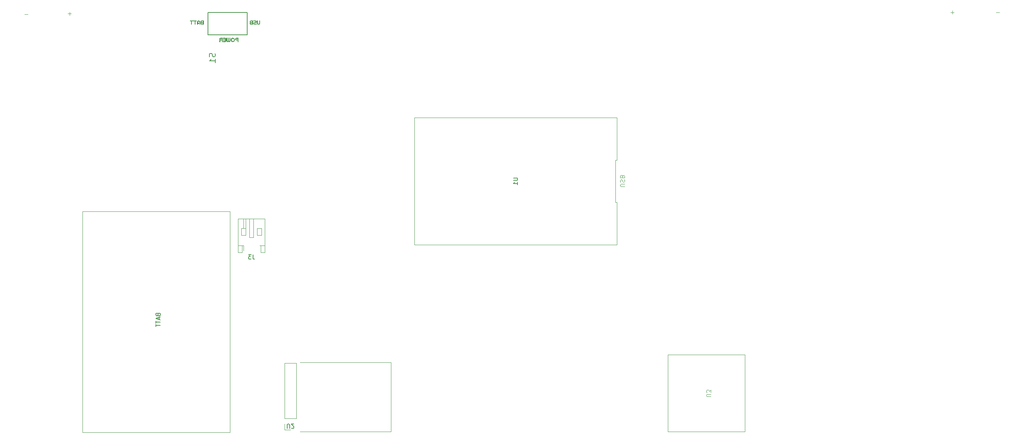
<source format=gbr>
%TF.GenerationSoftware,KiCad,Pcbnew,7.0.7*%
%TF.CreationDate,2024-02-02T14:59:34-08:00*%
%TF.ProjectId,DC32_Cnet_Badge_Main,44433332-5f43-46e6-9574-5f4261646765,rev?*%
%TF.SameCoordinates,Original*%
%TF.FileFunction,Legend,Bot*%
%TF.FilePolarity,Positive*%
%FSLAX46Y46*%
G04 Gerber Fmt 4.6, Leading zero omitted, Abs format (unit mm)*
G04 Created by KiCad (PCBNEW 7.0.7) date 2024-02-02 14:59:34*
%MOMM*%
%LPD*%
G01*
G04 APERTURE LIST*
%ADD10C,0.150000*%
%ADD11C,0.100000*%
%ADD12C,0.203200*%
%ADD13C,0.120000*%
G04 APERTURE END LIST*
D10*
G36*
X79000000Y-62830000D02*
G01*
X78539357Y-62830000D01*
X78524617Y-62829666D01*
X78510132Y-62828664D01*
X78495903Y-62826994D01*
X78481930Y-62824657D01*
X78468212Y-62821651D01*
X78454750Y-62817978D01*
X78441544Y-62813637D01*
X78428593Y-62808628D01*
X78415898Y-62802952D01*
X78403459Y-62796607D01*
X78391276Y-62789594D01*
X78379348Y-62781914D01*
X78367676Y-62773566D01*
X78356259Y-62764550D01*
X78345099Y-62754866D01*
X78334193Y-62744515D01*
X78323753Y-62733698D01*
X78313986Y-62722620D01*
X78304893Y-62711281D01*
X78296473Y-62699681D01*
X78288727Y-62687819D01*
X78281655Y-62675695D01*
X78275256Y-62663310D01*
X78269530Y-62650664D01*
X78264478Y-62637757D01*
X78260100Y-62624587D01*
X78256395Y-62611157D01*
X78253364Y-62597465D01*
X78251007Y-62583512D01*
X78249323Y-62569297D01*
X78248313Y-62554821D01*
X78247976Y-62540083D01*
X78453140Y-62540083D01*
X78453239Y-62544498D01*
X78454355Y-62555158D01*
X78456712Y-62565282D01*
X78460309Y-62574869D01*
X78465146Y-62583920D01*
X78471223Y-62592434D01*
X78478541Y-62600411D01*
X78481727Y-62603369D01*
X78490050Y-62609928D01*
X78498886Y-62615295D01*
X78508234Y-62619469D01*
X78518096Y-62622450D01*
X78528470Y-62624239D01*
X78539357Y-62624836D01*
X78794836Y-62624836D01*
X78794836Y-62454110D01*
X78539357Y-62454110D01*
X78534941Y-62454209D01*
X78524259Y-62455325D01*
X78514090Y-62457682D01*
X78504433Y-62461279D01*
X78495290Y-62466116D01*
X78486659Y-62472193D01*
X78478541Y-62479511D01*
X78475465Y-62482696D01*
X78468643Y-62491008D01*
X78463062Y-62499821D01*
X78458721Y-62509135D01*
X78455620Y-62518951D01*
X78453760Y-62529266D01*
X78453140Y-62540083D01*
X78247976Y-62540083D01*
X78248243Y-62525386D01*
X78249044Y-62511030D01*
X78250380Y-62497015D01*
X78252250Y-62483343D01*
X78254654Y-62470011D01*
X78257593Y-62457022D01*
X78261066Y-62444373D01*
X78265073Y-62432067D01*
X78269614Y-62420102D01*
X78274690Y-62408478D01*
X78280300Y-62397196D01*
X78286444Y-62386256D01*
X78293123Y-62375657D01*
X78300335Y-62365400D01*
X78308082Y-62355484D01*
X78316364Y-62345910D01*
X78308082Y-62337844D01*
X78300335Y-62329340D01*
X78293123Y-62320396D01*
X78286444Y-62311014D01*
X78280300Y-62301193D01*
X78274690Y-62290933D01*
X78269614Y-62280234D01*
X78265073Y-62269096D01*
X78261066Y-62257519D01*
X78257593Y-62245503D01*
X78254654Y-62233049D01*
X78252250Y-62220156D01*
X78250380Y-62206823D01*
X78249044Y-62193052D01*
X78248243Y-62178842D01*
X78247976Y-62164193D01*
X78453140Y-62164193D01*
X78453239Y-62168578D01*
X78454355Y-62179173D01*
X78456712Y-62189244D01*
X78460309Y-62198789D01*
X78465146Y-62207810D01*
X78471223Y-62216306D01*
X78478541Y-62224277D01*
X78481727Y-62227264D01*
X78490050Y-62233889D01*
X78498886Y-62239310D01*
X78508234Y-62243525D01*
X78518096Y-62246537D01*
X78528470Y-62248344D01*
X78539357Y-62248946D01*
X78794836Y-62248946D01*
X78794836Y-62077976D01*
X78539357Y-62077976D01*
X78534941Y-62078075D01*
X78524259Y-62079191D01*
X78514090Y-62081548D01*
X78504433Y-62085145D01*
X78495290Y-62089982D01*
X78486659Y-62096059D01*
X78478541Y-62103377D01*
X78475465Y-62106563D01*
X78468643Y-62114886D01*
X78463062Y-62123722D01*
X78458721Y-62133070D01*
X78455620Y-62142932D01*
X78453760Y-62153306D01*
X78453140Y-62164193D01*
X78247976Y-62164193D01*
X78248313Y-62149454D01*
X78249323Y-62134972D01*
X78251007Y-62120748D01*
X78253364Y-62106781D01*
X78256395Y-62093072D01*
X78260100Y-62079621D01*
X78264478Y-62066427D01*
X78269530Y-62053490D01*
X78275256Y-62040812D01*
X78281655Y-62028391D01*
X78288727Y-62016227D01*
X78296473Y-62004321D01*
X78304893Y-61992673D01*
X78313986Y-61981282D01*
X78323753Y-61970149D01*
X78334193Y-61959274D01*
X78345099Y-61948833D01*
X78356259Y-61939066D01*
X78367676Y-61929973D01*
X78379348Y-61921553D01*
X78391276Y-61913807D01*
X78403459Y-61906735D01*
X78415898Y-61900336D01*
X78428593Y-61894610D01*
X78441544Y-61889559D01*
X78454750Y-61885180D01*
X78468212Y-61881476D01*
X78481930Y-61878445D01*
X78495903Y-61876087D01*
X78510132Y-61874403D01*
X78524617Y-61873393D01*
X78539357Y-61873056D01*
X79000000Y-61873056D01*
X79000000Y-62830000D01*
G37*
G36*
X77428297Y-62830000D02*
G01*
X77633461Y-62830000D01*
X77633461Y-62248946D01*
X77633901Y-62236061D01*
X77635221Y-62223512D01*
X77637421Y-62211298D01*
X77640502Y-62199418D01*
X77644462Y-62187873D01*
X77649303Y-62176663D01*
X77655024Y-62165788D01*
X77661625Y-62155248D01*
X77669106Y-62145043D01*
X77677467Y-62135172D01*
X77683531Y-62128778D01*
X77693060Y-62119699D01*
X77702962Y-62111513D01*
X77713238Y-62104220D01*
X77723888Y-62097821D01*
X77734911Y-62092314D01*
X77746308Y-62087700D01*
X77758078Y-62083979D01*
X77770221Y-62081151D01*
X77782739Y-62079216D01*
X77795629Y-62078174D01*
X77804431Y-62077976D01*
X77817315Y-62078422D01*
X77829864Y-62079762D01*
X77842079Y-62081994D01*
X77853959Y-62085120D01*
X77865503Y-62089138D01*
X77876713Y-62094050D01*
X77887588Y-62099855D01*
X77898128Y-62106552D01*
X77908334Y-62114143D01*
X77918204Y-62122626D01*
X77924598Y-62128778D01*
X77933634Y-62138425D01*
X77941780Y-62148407D01*
X77949038Y-62158724D01*
X77955407Y-62169376D01*
X77960888Y-62180363D01*
X77965479Y-62191684D01*
X77969182Y-62203341D01*
X77971997Y-62215332D01*
X77973922Y-62227658D01*
X77974959Y-62240319D01*
X77975157Y-62248946D01*
X77975157Y-62830000D01*
X78180321Y-62830000D01*
X78180321Y-62248946D01*
X78179888Y-62229792D01*
X78178592Y-62210981D01*
X78176431Y-62192514D01*
X78173405Y-62174391D01*
X78169516Y-62156611D01*
X78164761Y-62139174D01*
X78159143Y-62122081D01*
X78152660Y-62105331D01*
X78145313Y-62088925D01*
X78137101Y-62072862D01*
X78128025Y-62057143D01*
X78118084Y-62041767D01*
X78107279Y-62026734D01*
X78095610Y-62012045D01*
X78083077Y-61997700D01*
X78069678Y-61983698D01*
X78055648Y-61970300D01*
X78041278Y-61957766D01*
X78026568Y-61946097D01*
X78011518Y-61935292D01*
X77996129Y-61925352D01*
X77980400Y-61916276D01*
X77964332Y-61908064D01*
X77947923Y-61900717D01*
X77931176Y-61894234D01*
X77914088Y-61888615D01*
X77896661Y-61883861D01*
X77878894Y-61879971D01*
X77860788Y-61876946D01*
X77842342Y-61874785D01*
X77823556Y-61873488D01*
X77804431Y-61873056D01*
X77785131Y-61873488D01*
X77766188Y-61874785D01*
X77747601Y-61876946D01*
X77729372Y-61879971D01*
X77711499Y-61883861D01*
X77693983Y-61888615D01*
X77676824Y-61894234D01*
X77660022Y-61900717D01*
X77643577Y-61908064D01*
X77627488Y-61916276D01*
X77611757Y-61925352D01*
X77596382Y-61935292D01*
X77581364Y-61946097D01*
X77566702Y-61957766D01*
X77552398Y-61970300D01*
X77538450Y-61983698D01*
X77525111Y-61997700D01*
X77512633Y-62012045D01*
X77501015Y-62026734D01*
X77490258Y-62041767D01*
X77480362Y-62057143D01*
X77471325Y-62072862D01*
X77463150Y-62088925D01*
X77455835Y-62105331D01*
X77449381Y-62122081D01*
X77443787Y-62139174D01*
X77439054Y-62156611D01*
X77435181Y-62174391D01*
X77432169Y-62192514D01*
X77430018Y-62210981D01*
X77428727Y-62229792D01*
X77428297Y-62248946D01*
X77428297Y-62830000D01*
G37*
G36*
X77961479Y-62522498D02*
G01*
X77961077Y-62510567D01*
X77959873Y-62498953D01*
X77957866Y-62487657D01*
X77955056Y-62476679D01*
X77951443Y-62466019D01*
X77947028Y-62455676D01*
X77941809Y-62445651D01*
X77935788Y-62435944D01*
X77928963Y-62426555D01*
X77921336Y-62417483D01*
X77915806Y-62411612D01*
X77907024Y-62403318D01*
X77897899Y-62395841D01*
X77888431Y-62389179D01*
X77878620Y-62383333D01*
X77868464Y-62378302D01*
X77857966Y-62374088D01*
X77847124Y-62370689D01*
X77835938Y-62368106D01*
X77824409Y-62366338D01*
X77812537Y-62365387D01*
X77804431Y-62365205D01*
X77792543Y-62365613D01*
X77780969Y-62366837D01*
X77769708Y-62368876D01*
X77758761Y-62371731D01*
X77748127Y-62375402D01*
X77737807Y-62379889D01*
X77727800Y-62385191D01*
X77718106Y-62391309D01*
X77708726Y-62398243D01*
X77699659Y-62405992D01*
X77693789Y-62411612D01*
X77685452Y-62420472D01*
X77677935Y-62429649D01*
X77671238Y-62439145D01*
X77665361Y-62448958D01*
X77660304Y-62459089D01*
X77656068Y-62469537D01*
X77652651Y-62480303D01*
X77650054Y-62491387D01*
X77648277Y-62502789D01*
X77647321Y-62514508D01*
X77647138Y-62522498D01*
X77647548Y-62534599D01*
X77648778Y-62546357D01*
X77650828Y-62557772D01*
X77653699Y-62568843D01*
X77657389Y-62579570D01*
X77661899Y-62589955D01*
X77667229Y-62599995D01*
X77673379Y-62609692D01*
X77680349Y-62619046D01*
X77688140Y-62628056D01*
X77693789Y-62633872D01*
X77702647Y-62642035D01*
X77711818Y-62649394D01*
X77721303Y-62655951D01*
X77731101Y-62661705D01*
X77741212Y-62666656D01*
X77751637Y-62670804D01*
X77762375Y-62674149D01*
X77773427Y-62676691D01*
X77784792Y-62678431D01*
X77796471Y-62679367D01*
X77804431Y-62679546D01*
X77816532Y-62679144D01*
X77828290Y-62677940D01*
X77839705Y-62675933D01*
X77850776Y-62673123D01*
X77861503Y-62669510D01*
X77871888Y-62665095D01*
X77881928Y-62659876D01*
X77891625Y-62653855D01*
X77900979Y-62647030D01*
X77909989Y-62639403D01*
X77915806Y-62633872D01*
X77923968Y-62625091D01*
X77931327Y-62615966D01*
X77937884Y-62606498D01*
X77943638Y-62596687D01*
X77948589Y-62586531D01*
X77952737Y-62576033D01*
X77956082Y-62565191D01*
X77958624Y-62554005D01*
X77960364Y-62542476D01*
X77961301Y-62530604D01*
X77961479Y-62522498D01*
G37*
G36*
X77360642Y-61873056D02*
G01*
X76608618Y-61873056D01*
X76608618Y-62077976D01*
X76882170Y-62077976D01*
X76882170Y-62830000D01*
X77087090Y-62830000D01*
X77087090Y-62077976D01*
X77360642Y-62077976D01*
X77360642Y-61873056D01*
G37*
G36*
X76540963Y-61873056D02*
G01*
X75788939Y-61873056D01*
X75788939Y-62077976D01*
X76062491Y-62077976D01*
X76062491Y-62830000D01*
X76267411Y-62830000D01*
X76267411Y-62077976D01*
X76540963Y-62077976D01*
X76540963Y-61873056D01*
G37*
G36*
X91247976Y-61873056D02*
G01*
X91247976Y-62454110D01*
X91248406Y-62473235D01*
X91249697Y-62492021D01*
X91251848Y-62510467D01*
X91254860Y-62528573D01*
X91258733Y-62546340D01*
X91263466Y-62563767D01*
X91269060Y-62580855D01*
X91275514Y-62597602D01*
X91282829Y-62614011D01*
X91291004Y-62630079D01*
X91300041Y-62645808D01*
X91309937Y-62661197D01*
X91320694Y-62676247D01*
X91332312Y-62690957D01*
X91344790Y-62705327D01*
X91358129Y-62719357D01*
X91372077Y-62732756D01*
X91386381Y-62745289D01*
X91401043Y-62756958D01*
X91416061Y-62767763D01*
X91431436Y-62777704D01*
X91447167Y-62786780D01*
X91463256Y-62794992D01*
X91479701Y-62802339D01*
X91496503Y-62808822D01*
X91513662Y-62814440D01*
X91531178Y-62819195D01*
X91549051Y-62823084D01*
X91567280Y-62826110D01*
X91585867Y-62828271D01*
X91604810Y-62829567D01*
X91624110Y-62830000D01*
X91643235Y-62829567D01*
X91662021Y-62828271D01*
X91680467Y-62826110D01*
X91698573Y-62823084D01*
X91716340Y-62819195D01*
X91733767Y-62814440D01*
X91750855Y-62808822D01*
X91767602Y-62802339D01*
X91784011Y-62794992D01*
X91800079Y-62786780D01*
X91815808Y-62777704D01*
X91831197Y-62767763D01*
X91846247Y-62756958D01*
X91860957Y-62745289D01*
X91875327Y-62732756D01*
X91889357Y-62719357D01*
X91902756Y-62705327D01*
X91915289Y-62690957D01*
X91926958Y-62676247D01*
X91937763Y-62661197D01*
X91947704Y-62645808D01*
X91956780Y-62630079D01*
X91964992Y-62614011D01*
X91972339Y-62597602D01*
X91978822Y-62580855D01*
X91984440Y-62563767D01*
X91989195Y-62546340D01*
X91993084Y-62528573D01*
X91996110Y-62510467D01*
X91998271Y-62492021D01*
X91999567Y-62473235D01*
X92000000Y-62454110D01*
X92000000Y-61873056D01*
X91794836Y-61873056D01*
X91794836Y-62454110D01*
X91794391Y-62466994D01*
X91793058Y-62479543D01*
X91790836Y-62491758D01*
X91787726Y-62503638D01*
X91783727Y-62515182D01*
X91778839Y-62526392D01*
X91773062Y-62537267D01*
X91766396Y-62547807D01*
X91758842Y-62558013D01*
X91750400Y-62567883D01*
X91744277Y-62574277D01*
X91734630Y-62583313D01*
X91724648Y-62591459D01*
X91714331Y-62598717D01*
X91703679Y-62605086D01*
X91692693Y-62610567D01*
X91681371Y-62615158D01*
X91669715Y-62618861D01*
X91657724Y-62621676D01*
X91645398Y-62623601D01*
X91632736Y-62624638D01*
X91624110Y-62624836D01*
X91610970Y-62624391D01*
X91598204Y-62623058D01*
X91585811Y-62620836D01*
X91573792Y-62617726D01*
X91562146Y-62613727D01*
X91550874Y-62608839D01*
X91539975Y-62603062D01*
X91529450Y-62596396D01*
X91519299Y-62588842D01*
X91509521Y-62580400D01*
X91503210Y-62574277D01*
X91494262Y-62564630D01*
X91486194Y-62554648D01*
X91479006Y-62544331D01*
X91472698Y-62533679D01*
X91467271Y-62522693D01*
X91462723Y-62511371D01*
X91459056Y-62499715D01*
X91456269Y-62487724D01*
X91454362Y-62475398D01*
X91453335Y-62462736D01*
X91453140Y-62454110D01*
X91453140Y-61873056D01*
X91247976Y-61873056D01*
G37*
G36*
X90428297Y-61873056D02*
G01*
X90428297Y-62077976D01*
X90889183Y-62077976D01*
X90900006Y-62078596D01*
X90910340Y-62080456D01*
X90920184Y-62083557D01*
X90929540Y-62087898D01*
X90938407Y-62093479D01*
X90946785Y-62100301D01*
X90950000Y-62103377D01*
X90957247Y-62111495D01*
X90963266Y-62120126D01*
X90968057Y-62129269D01*
X90971619Y-62138926D01*
X90973953Y-62149095D01*
X90975058Y-62159777D01*
X90975157Y-62164193D01*
X90974542Y-62174998D01*
X90972700Y-62185279D01*
X90969629Y-62195034D01*
X90965330Y-62204265D01*
X90959802Y-62212971D01*
X90953046Y-62221152D01*
X90950000Y-62224277D01*
X90941817Y-62231384D01*
X90933146Y-62237286D01*
X90923985Y-62241984D01*
X90914336Y-62245477D01*
X90904198Y-62247765D01*
X90893571Y-62248849D01*
X90889183Y-62248946D01*
X90719678Y-62250411D01*
X90704589Y-62250745D01*
X90689789Y-62251747D01*
X90675280Y-62253417D01*
X90661060Y-62255754D01*
X90647131Y-62258759D01*
X90633491Y-62262433D01*
X90620142Y-62266774D01*
X90607083Y-62271782D01*
X90594313Y-62277459D01*
X90581834Y-62283804D01*
X90569645Y-62290816D01*
X90557745Y-62298497D01*
X90546136Y-62306845D01*
X90534817Y-62315861D01*
X90523788Y-62325545D01*
X90513049Y-62335896D01*
X90502786Y-62346683D01*
X90493185Y-62357733D01*
X90484247Y-62369046D01*
X90475970Y-62380623D01*
X90468355Y-62392463D01*
X90461403Y-62404567D01*
X90455113Y-62416933D01*
X90449485Y-62429563D01*
X90444519Y-62442457D01*
X90440215Y-62455613D01*
X90436573Y-62469033D01*
X90433594Y-62482717D01*
X90431276Y-62496663D01*
X90429621Y-62510873D01*
X90428628Y-62525347D01*
X90428297Y-62540083D01*
X90428631Y-62554824D01*
X90429632Y-62569308D01*
X90431302Y-62583537D01*
X90433640Y-62597511D01*
X90436645Y-62611229D01*
X90440318Y-62624690D01*
X90444659Y-62637897D01*
X90449668Y-62650847D01*
X90455345Y-62663542D01*
X90461689Y-62675981D01*
X90468702Y-62688165D01*
X90476382Y-62700093D01*
X90484730Y-62711765D01*
X90493746Y-62723181D01*
X90503430Y-62734342D01*
X90513782Y-62745247D01*
X90524604Y-62755688D01*
X90535699Y-62765455D01*
X90547067Y-62774548D01*
X90558707Y-62782967D01*
X90570621Y-62790714D01*
X90582807Y-62797786D01*
X90595266Y-62804185D01*
X90607998Y-62809911D01*
X90621003Y-62814962D01*
X90634281Y-62819341D01*
X90647832Y-62823045D01*
X90661656Y-62826076D01*
X90675752Y-62828434D01*
X90690121Y-62830118D01*
X90704763Y-62831128D01*
X90719678Y-62831465D01*
X91180321Y-62830000D01*
X91180321Y-62624836D01*
X90719678Y-62624836D01*
X90708791Y-62624239D01*
X90698417Y-62622450D01*
X90688555Y-62619469D01*
X90679207Y-62615295D01*
X90670371Y-62609928D01*
X90662048Y-62603369D01*
X90658862Y-62600411D01*
X90651544Y-62592434D01*
X90645467Y-62583920D01*
X90640630Y-62574869D01*
X90637033Y-62565282D01*
X90634676Y-62555158D01*
X90633560Y-62544498D01*
X90633461Y-62540083D01*
X90634081Y-62529278D01*
X90635941Y-62518998D01*
X90639042Y-62509243D01*
X90643383Y-62500012D01*
X90648964Y-62491306D01*
X90655786Y-62483125D01*
X90658862Y-62480000D01*
X90666980Y-62472893D01*
X90675611Y-62466991D01*
X90684754Y-62462293D01*
X90694411Y-62458800D01*
X90704580Y-62456511D01*
X90715262Y-62455427D01*
X90719678Y-62455331D01*
X90889183Y-62454110D01*
X90904243Y-62453776D01*
X90919015Y-62452774D01*
X90933499Y-62451104D01*
X90947694Y-62448767D01*
X90961602Y-62445762D01*
X90975221Y-62442088D01*
X90988553Y-62437747D01*
X91001596Y-62432739D01*
X91014351Y-62427062D01*
X91026818Y-62420717D01*
X91038996Y-62413705D01*
X91050887Y-62406024D01*
X91062490Y-62397676D01*
X91073804Y-62388660D01*
X91084830Y-62378976D01*
X91095568Y-62368625D01*
X91105831Y-62357808D01*
X91115432Y-62346731D01*
X91124371Y-62335392D01*
X91132647Y-62323791D01*
X91140262Y-62311929D01*
X91147214Y-62299806D01*
X91153504Y-62287421D01*
X91159132Y-62274774D01*
X91164098Y-62261867D01*
X91168402Y-62248698D01*
X91172044Y-62235267D01*
X91175023Y-62221575D01*
X91177341Y-62207622D01*
X91178996Y-62193407D01*
X91179989Y-62178931D01*
X91180321Y-62164193D01*
X91179987Y-62149454D01*
X91178985Y-62134972D01*
X91177315Y-62120748D01*
X91174978Y-62106781D01*
X91171972Y-62093072D01*
X91168299Y-62079621D01*
X91163958Y-62066427D01*
X91158949Y-62053490D01*
X91153273Y-62040812D01*
X91146928Y-62028391D01*
X91139915Y-62016227D01*
X91132235Y-62004321D01*
X91123887Y-61992673D01*
X91114871Y-61981282D01*
X91105187Y-61970149D01*
X91094836Y-61959274D01*
X91084014Y-61948833D01*
X91072922Y-61939066D01*
X91061559Y-61929973D01*
X91049925Y-61921553D01*
X91038020Y-61913807D01*
X91025845Y-61906735D01*
X91013398Y-61900336D01*
X91000680Y-61894610D01*
X90987691Y-61889559D01*
X90974431Y-61885180D01*
X90960901Y-61881476D01*
X90947099Y-61878445D01*
X90933027Y-61876087D01*
X90918683Y-61874403D01*
X90904068Y-61873393D01*
X90889183Y-61873056D01*
X90428297Y-61873056D01*
G37*
G36*
X90360642Y-62830000D02*
G01*
X89900000Y-62830000D01*
X89885259Y-62829666D01*
X89870774Y-62828664D01*
X89856545Y-62826994D01*
X89842572Y-62824657D01*
X89828854Y-62821651D01*
X89815392Y-62817978D01*
X89802186Y-62813637D01*
X89789235Y-62808628D01*
X89776540Y-62802952D01*
X89764101Y-62796607D01*
X89751918Y-62789594D01*
X89739990Y-62781914D01*
X89728318Y-62773566D01*
X89716901Y-62764550D01*
X89705741Y-62754866D01*
X89694836Y-62744515D01*
X89684395Y-62733698D01*
X89674628Y-62722620D01*
X89665535Y-62711281D01*
X89657115Y-62699681D01*
X89649369Y-62687819D01*
X89642297Y-62675695D01*
X89635898Y-62663310D01*
X89630172Y-62650664D01*
X89625120Y-62637757D01*
X89620742Y-62624587D01*
X89617037Y-62611157D01*
X89614006Y-62597465D01*
X89611649Y-62583512D01*
X89609965Y-62569297D01*
X89608955Y-62554821D01*
X89608618Y-62540083D01*
X89813782Y-62540083D01*
X89813881Y-62544498D01*
X89814997Y-62555158D01*
X89817354Y-62565282D01*
X89820951Y-62574869D01*
X89825788Y-62583920D01*
X89831865Y-62592434D01*
X89839183Y-62600411D01*
X89842369Y-62603369D01*
X89850692Y-62609928D01*
X89859528Y-62615295D01*
X89868876Y-62619469D01*
X89878738Y-62622450D01*
X89889112Y-62624239D01*
X89900000Y-62624836D01*
X90155478Y-62624836D01*
X90155478Y-62454110D01*
X89900000Y-62454110D01*
X89895583Y-62454209D01*
X89884901Y-62455325D01*
X89874732Y-62457682D01*
X89865075Y-62461279D01*
X89855932Y-62466116D01*
X89847301Y-62472193D01*
X89839183Y-62479511D01*
X89836107Y-62482696D01*
X89829285Y-62491008D01*
X89823704Y-62499821D01*
X89819363Y-62509135D01*
X89816262Y-62518951D01*
X89814402Y-62529266D01*
X89813782Y-62540083D01*
X89608618Y-62540083D01*
X89608885Y-62525386D01*
X89609686Y-62511030D01*
X89611022Y-62497015D01*
X89612892Y-62483343D01*
X89615296Y-62470011D01*
X89618235Y-62457022D01*
X89621708Y-62444373D01*
X89625715Y-62432067D01*
X89630256Y-62420102D01*
X89635332Y-62408478D01*
X89640942Y-62397196D01*
X89647086Y-62386256D01*
X89653765Y-62375657D01*
X89660977Y-62365400D01*
X89668724Y-62355484D01*
X89677006Y-62345910D01*
X89668724Y-62337844D01*
X89660977Y-62329340D01*
X89653765Y-62320396D01*
X89647086Y-62311014D01*
X89640942Y-62301193D01*
X89635332Y-62290933D01*
X89630256Y-62280234D01*
X89625715Y-62269096D01*
X89621708Y-62257519D01*
X89618235Y-62245503D01*
X89615296Y-62233049D01*
X89612892Y-62220156D01*
X89611022Y-62206823D01*
X89609686Y-62193052D01*
X89608885Y-62178842D01*
X89608618Y-62164193D01*
X89813782Y-62164193D01*
X89813881Y-62168578D01*
X89814997Y-62179173D01*
X89817354Y-62189244D01*
X89820951Y-62198789D01*
X89825788Y-62207810D01*
X89831865Y-62216306D01*
X89839183Y-62224277D01*
X89842369Y-62227264D01*
X89850692Y-62233889D01*
X89859528Y-62239310D01*
X89868876Y-62243525D01*
X89878738Y-62246537D01*
X89889112Y-62248344D01*
X89900000Y-62248946D01*
X90155478Y-62248946D01*
X90155478Y-62077976D01*
X89900000Y-62077976D01*
X89895583Y-62078075D01*
X89884901Y-62079191D01*
X89874732Y-62081548D01*
X89865075Y-62085145D01*
X89855932Y-62089982D01*
X89847301Y-62096059D01*
X89839183Y-62103377D01*
X89836107Y-62106563D01*
X89829285Y-62114886D01*
X89823704Y-62123722D01*
X89819363Y-62133070D01*
X89816262Y-62142932D01*
X89814402Y-62153306D01*
X89813782Y-62164193D01*
X89608618Y-62164193D01*
X89608955Y-62149454D01*
X89609965Y-62134972D01*
X89611649Y-62120748D01*
X89614006Y-62106781D01*
X89617037Y-62093072D01*
X89620742Y-62079621D01*
X89625120Y-62066427D01*
X89630172Y-62053490D01*
X89635898Y-62040812D01*
X89642297Y-62028391D01*
X89649369Y-62016227D01*
X89657115Y-62004321D01*
X89665535Y-61992673D01*
X89674628Y-61981282D01*
X89684395Y-61970149D01*
X89694836Y-61959274D01*
X89705741Y-61948833D01*
X89716901Y-61939066D01*
X89728318Y-61929973D01*
X89739990Y-61921553D01*
X89751918Y-61913807D01*
X89764101Y-61906735D01*
X89776540Y-61900336D01*
X89789235Y-61894610D01*
X89802186Y-61889559D01*
X89815392Y-61885180D01*
X89828854Y-61881476D01*
X89842572Y-61878445D01*
X89856545Y-61876087D01*
X89870774Y-61874403D01*
X89885259Y-61873393D01*
X89900000Y-61873056D01*
X90360642Y-61873056D01*
X90360642Y-62830000D01*
G37*
G36*
X87000000Y-66830000D02*
G01*
X86794836Y-66830000D01*
X86794836Y-66454110D01*
X86539357Y-66454110D01*
X86524617Y-66453776D01*
X86510132Y-66452774D01*
X86495903Y-66451104D01*
X86481930Y-66448767D01*
X86468212Y-66445762D01*
X86454750Y-66442088D01*
X86441544Y-66437747D01*
X86428593Y-66432739D01*
X86415898Y-66427062D01*
X86403459Y-66420717D01*
X86391276Y-66413705D01*
X86379348Y-66406024D01*
X86367676Y-66397676D01*
X86356259Y-66388660D01*
X86345099Y-66378976D01*
X86334193Y-66368625D01*
X86323753Y-66357808D01*
X86313986Y-66346731D01*
X86304893Y-66335392D01*
X86296473Y-66323791D01*
X86288727Y-66311929D01*
X86281655Y-66299806D01*
X86275256Y-66287421D01*
X86269530Y-66274774D01*
X86264478Y-66261867D01*
X86260100Y-66248698D01*
X86256395Y-66235267D01*
X86253364Y-66221575D01*
X86251007Y-66207622D01*
X86249323Y-66193407D01*
X86248313Y-66178931D01*
X86247976Y-66164193D01*
X86453140Y-66164193D01*
X86453239Y-66168578D01*
X86454355Y-66179173D01*
X86456712Y-66189244D01*
X86460309Y-66198789D01*
X86465146Y-66207810D01*
X86471223Y-66216306D01*
X86478541Y-66224277D01*
X86481727Y-66227264D01*
X86490050Y-66233889D01*
X86498886Y-66239310D01*
X86508234Y-66243525D01*
X86518096Y-66246537D01*
X86528470Y-66248344D01*
X86539357Y-66248946D01*
X86794836Y-66248946D01*
X86794836Y-66077976D01*
X86539357Y-66077976D01*
X86534941Y-66078075D01*
X86524259Y-66079191D01*
X86514090Y-66081548D01*
X86504433Y-66085145D01*
X86495290Y-66089982D01*
X86486659Y-66096059D01*
X86478541Y-66103377D01*
X86475465Y-66106563D01*
X86468643Y-66114886D01*
X86463062Y-66123722D01*
X86458721Y-66133070D01*
X86455620Y-66142932D01*
X86453760Y-66153306D01*
X86453140Y-66164193D01*
X86247976Y-66164193D01*
X86248313Y-66149454D01*
X86249323Y-66134972D01*
X86251007Y-66120748D01*
X86253364Y-66106781D01*
X86256395Y-66093072D01*
X86260100Y-66079621D01*
X86264478Y-66066427D01*
X86269530Y-66053490D01*
X86275256Y-66040812D01*
X86281655Y-66028391D01*
X86288727Y-66016227D01*
X86296473Y-66004321D01*
X86304893Y-65992673D01*
X86313986Y-65981282D01*
X86323753Y-65970149D01*
X86334193Y-65959274D01*
X86345099Y-65948833D01*
X86356259Y-65939066D01*
X86367676Y-65929973D01*
X86379348Y-65921553D01*
X86391276Y-65913807D01*
X86403459Y-65906735D01*
X86415898Y-65900336D01*
X86428593Y-65894610D01*
X86441544Y-65889559D01*
X86454750Y-65885180D01*
X86468212Y-65881476D01*
X86481930Y-65878445D01*
X86495903Y-65876087D01*
X86510132Y-65874403D01*
X86524617Y-65873393D01*
X86539357Y-65873056D01*
X87000000Y-65873056D01*
X87000000Y-66830000D01*
G37*
G36*
X85714098Y-65873194D02*
G01*
X85726238Y-65873608D01*
X85738268Y-65874299D01*
X85750190Y-65875266D01*
X85762002Y-65876509D01*
X85773705Y-65878028D01*
X85785298Y-65879823D01*
X85796783Y-65881895D01*
X85808158Y-65884242D01*
X85819424Y-65886866D01*
X85830581Y-65889766D01*
X85841628Y-65892943D01*
X85852566Y-65896395D01*
X85863395Y-65900124D01*
X85874115Y-65904129D01*
X85884726Y-65908410D01*
X85895227Y-65912968D01*
X85905619Y-65917801D01*
X85915902Y-65922911D01*
X85926075Y-65928297D01*
X85936139Y-65933959D01*
X85946094Y-65939897D01*
X85955940Y-65946112D01*
X85965677Y-65952603D01*
X85975304Y-65959370D01*
X85984822Y-65966413D01*
X85994231Y-65973732D01*
X86003531Y-65981328D01*
X86012721Y-65989200D01*
X86021802Y-65997348D01*
X86030774Y-66005772D01*
X86039637Y-66014473D01*
X86048292Y-66023364D01*
X86056673Y-66032362D01*
X86064778Y-66041465D01*
X86072609Y-66050674D01*
X86080166Y-66059989D01*
X86087447Y-66069410D01*
X86094454Y-66078937D01*
X86101186Y-66088570D01*
X86107643Y-66098309D01*
X86113825Y-66108153D01*
X86119733Y-66118104D01*
X86125366Y-66128160D01*
X86130724Y-66138322D01*
X86135807Y-66148591D01*
X86140616Y-66158965D01*
X86145150Y-66169445D01*
X86149409Y-66180031D01*
X86153393Y-66190722D01*
X86157102Y-66201520D01*
X86160537Y-66212424D01*
X86163697Y-66223433D01*
X86166582Y-66234549D01*
X86169192Y-66245770D01*
X86171528Y-66257097D01*
X86173589Y-66268531D01*
X86175375Y-66280070D01*
X86176886Y-66291715D01*
X86178122Y-66303465D01*
X86179084Y-66315322D01*
X86179771Y-66327285D01*
X86180183Y-66339353D01*
X86180321Y-66351528D01*
X86180183Y-66363777D01*
X86179771Y-66375917D01*
X86179084Y-66387947D01*
X86178122Y-66399869D01*
X86176886Y-66411681D01*
X86175375Y-66423384D01*
X86173589Y-66434977D01*
X86171528Y-66446462D01*
X86169192Y-66457837D01*
X86166582Y-66469103D01*
X86163697Y-66480260D01*
X86160537Y-66491307D01*
X86157102Y-66502245D01*
X86153393Y-66513074D01*
X86149409Y-66523794D01*
X86145150Y-66534405D01*
X86140616Y-66544906D01*
X86135807Y-66555298D01*
X86130724Y-66565581D01*
X86125366Y-66575754D01*
X86119733Y-66585818D01*
X86113825Y-66595773D01*
X86107643Y-66605619D01*
X86101186Y-66615356D01*
X86094454Y-66624983D01*
X86087447Y-66634501D01*
X86080166Y-66643910D01*
X86072609Y-66653210D01*
X86064778Y-66662400D01*
X86056673Y-66671481D01*
X86048292Y-66680453D01*
X86039637Y-66689316D01*
X86030774Y-66697971D01*
X86021802Y-66706352D01*
X86012721Y-66714457D01*
X86003531Y-66722288D01*
X85994231Y-66729845D01*
X85984822Y-66737126D01*
X85975304Y-66744133D01*
X85965677Y-66750865D01*
X85955940Y-66757322D01*
X85946094Y-66763504D01*
X85936139Y-66769412D01*
X85926075Y-66775045D01*
X85915902Y-66780403D01*
X85905619Y-66785486D01*
X85895227Y-66790295D01*
X85884726Y-66794829D01*
X85874115Y-66799088D01*
X85863395Y-66803072D01*
X85852566Y-66806781D01*
X85841628Y-66810216D01*
X85830581Y-66813376D01*
X85819424Y-66816261D01*
X85808158Y-66818871D01*
X85796783Y-66821207D01*
X85785298Y-66823268D01*
X85773705Y-66825054D01*
X85762002Y-66826565D01*
X85750190Y-66827801D01*
X85738268Y-66828763D01*
X85726238Y-66829450D01*
X85714098Y-66829862D01*
X85701849Y-66830000D01*
X85689674Y-66829862D01*
X85677606Y-66829450D01*
X85665643Y-66828763D01*
X85653786Y-66827801D01*
X85642036Y-66826565D01*
X85630391Y-66825054D01*
X85618852Y-66823268D01*
X85607418Y-66821207D01*
X85596091Y-66818871D01*
X85584870Y-66816261D01*
X85573754Y-66813376D01*
X85562745Y-66810216D01*
X85551841Y-66806781D01*
X85541043Y-66803072D01*
X85530352Y-66799088D01*
X85519766Y-66794829D01*
X85509286Y-66790295D01*
X85498912Y-66785486D01*
X85488643Y-66780403D01*
X85478481Y-66775045D01*
X85468425Y-66769412D01*
X85458474Y-66763504D01*
X85448630Y-66757322D01*
X85438891Y-66750865D01*
X85429258Y-66744133D01*
X85419731Y-66737126D01*
X85410310Y-66729845D01*
X85400995Y-66722288D01*
X85391786Y-66714457D01*
X85382683Y-66706352D01*
X85373685Y-66697971D01*
X85364794Y-66689316D01*
X85356093Y-66680453D01*
X85347669Y-66671481D01*
X85339521Y-66662400D01*
X85331649Y-66653210D01*
X85324054Y-66643910D01*
X85316734Y-66634501D01*
X85309691Y-66624983D01*
X85302924Y-66615356D01*
X85296433Y-66605619D01*
X85290218Y-66595773D01*
X85284280Y-66585818D01*
X85278618Y-66575754D01*
X85273232Y-66565581D01*
X85268122Y-66555298D01*
X85263289Y-66544906D01*
X85258731Y-66534405D01*
X85254450Y-66523794D01*
X85250445Y-66513074D01*
X85246716Y-66502245D01*
X85243264Y-66491307D01*
X85240087Y-66480260D01*
X85237187Y-66469103D01*
X85234563Y-66457837D01*
X85232216Y-66446462D01*
X85230144Y-66434977D01*
X85228349Y-66423384D01*
X85226830Y-66411681D01*
X85225587Y-66399869D01*
X85224620Y-66387947D01*
X85223929Y-66375917D01*
X85223515Y-66363777D01*
X85223377Y-66351528D01*
X85428297Y-66351528D01*
X85428613Y-66365564D01*
X85429560Y-66379341D01*
X85431139Y-66392858D01*
X85433350Y-66406116D01*
X85436192Y-66419114D01*
X85439666Y-66431853D01*
X85443771Y-66444332D01*
X85448508Y-66456552D01*
X85453876Y-66468512D01*
X85459877Y-66480213D01*
X85466508Y-66491654D01*
X85473772Y-66502836D01*
X85481667Y-66513758D01*
X85490193Y-66524421D01*
X85499351Y-66534824D01*
X85509141Y-66544968D01*
X85519339Y-66554640D01*
X85529783Y-66563687D01*
X85540474Y-66572111D01*
X85551410Y-66579910D01*
X85562593Y-66587086D01*
X85574022Y-66593637D01*
X85585697Y-66599565D01*
X85597618Y-66604869D01*
X85609785Y-66609548D01*
X85622199Y-66613604D01*
X85634858Y-66617036D01*
X85647764Y-66619844D01*
X85660916Y-66622028D01*
X85674314Y-66623588D01*
X85687958Y-66624524D01*
X85701849Y-66624836D01*
X85715885Y-66624524D01*
X85729662Y-66623588D01*
X85743179Y-66622028D01*
X85756437Y-66619844D01*
X85769435Y-66617036D01*
X85782174Y-66613604D01*
X85794653Y-66609548D01*
X85806873Y-66604869D01*
X85818833Y-66599565D01*
X85830534Y-66593637D01*
X85841975Y-66587086D01*
X85853157Y-66579910D01*
X85864079Y-66572111D01*
X85874742Y-66563687D01*
X85885145Y-66554640D01*
X85895289Y-66544968D01*
X85904961Y-66534824D01*
X85914008Y-66524421D01*
X85922432Y-66513758D01*
X85930231Y-66502836D01*
X85937407Y-66491654D01*
X85943958Y-66480213D01*
X85949886Y-66468512D01*
X85955190Y-66456552D01*
X85959869Y-66444332D01*
X85963925Y-66431853D01*
X85967357Y-66419114D01*
X85970165Y-66406116D01*
X85972349Y-66392858D01*
X85973909Y-66379341D01*
X85974845Y-66365564D01*
X85975157Y-66351528D01*
X85974845Y-66337637D01*
X85973909Y-66323993D01*
X85972349Y-66310595D01*
X85970165Y-66297443D01*
X85967357Y-66284537D01*
X85963925Y-66271878D01*
X85959869Y-66259464D01*
X85955190Y-66247297D01*
X85949886Y-66235376D01*
X85943958Y-66223701D01*
X85937407Y-66212272D01*
X85930231Y-66201089D01*
X85922432Y-66190153D01*
X85914008Y-66179462D01*
X85904961Y-66169018D01*
X85895289Y-66158820D01*
X85885145Y-66149030D01*
X85874742Y-66139872D01*
X85864079Y-66131346D01*
X85853157Y-66123451D01*
X85841975Y-66116187D01*
X85830534Y-66109556D01*
X85818833Y-66103555D01*
X85806873Y-66098187D01*
X85794653Y-66093450D01*
X85782174Y-66089345D01*
X85769435Y-66085871D01*
X85756437Y-66083029D01*
X85743179Y-66080818D01*
X85729662Y-66079239D01*
X85715885Y-66078292D01*
X85701849Y-66077976D01*
X85687958Y-66078292D01*
X85674314Y-66079239D01*
X85660916Y-66080818D01*
X85647764Y-66083029D01*
X85634858Y-66085871D01*
X85622199Y-66089345D01*
X85609785Y-66093450D01*
X85597618Y-66098187D01*
X85585697Y-66103555D01*
X85574022Y-66109556D01*
X85562593Y-66116187D01*
X85551410Y-66123451D01*
X85540474Y-66131346D01*
X85529783Y-66139872D01*
X85519339Y-66149030D01*
X85509141Y-66158820D01*
X85499351Y-66169018D01*
X85490193Y-66179462D01*
X85481667Y-66190153D01*
X85473772Y-66201089D01*
X85466508Y-66212272D01*
X85459877Y-66223701D01*
X85453876Y-66235376D01*
X85448508Y-66247297D01*
X85443771Y-66259464D01*
X85439666Y-66271878D01*
X85436192Y-66284537D01*
X85433350Y-66297443D01*
X85431139Y-66310595D01*
X85429560Y-66323993D01*
X85428613Y-66337637D01*
X85428297Y-66351528D01*
X85223377Y-66351528D01*
X85223515Y-66339353D01*
X85223929Y-66327285D01*
X85224620Y-66315322D01*
X85225587Y-66303465D01*
X85226830Y-66291715D01*
X85228349Y-66280070D01*
X85230144Y-66268531D01*
X85232216Y-66257097D01*
X85234563Y-66245770D01*
X85237187Y-66234549D01*
X85240087Y-66223433D01*
X85243264Y-66212424D01*
X85246716Y-66201520D01*
X85250445Y-66190722D01*
X85254450Y-66180031D01*
X85258731Y-66169445D01*
X85263289Y-66158965D01*
X85268122Y-66148591D01*
X85273232Y-66138322D01*
X85278618Y-66128160D01*
X85284280Y-66118104D01*
X85290218Y-66108153D01*
X85296433Y-66098309D01*
X85302924Y-66088570D01*
X85309691Y-66078937D01*
X85316734Y-66069410D01*
X85324054Y-66059989D01*
X85331649Y-66050674D01*
X85339521Y-66041465D01*
X85347669Y-66032362D01*
X85356093Y-66023364D01*
X85364794Y-66014473D01*
X85373685Y-66005772D01*
X85382683Y-65997348D01*
X85391786Y-65989200D01*
X85400995Y-65981328D01*
X85410310Y-65973732D01*
X85419731Y-65966413D01*
X85429258Y-65959370D01*
X85438891Y-65952603D01*
X85448630Y-65946112D01*
X85458474Y-65939897D01*
X85468425Y-65933959D01*
X85478481Y-65928297D01*
X85488643Y-65922911D01*
X85498912Y-65917801D01*
X85509286Y-65912968D01*
X85519766Y-65908410D01*
X85530352Y-65904129D01*
X85541043Y-65900124D01*
X85551841Y-65896395D01*
X85562745Y-65892943D01*
X85573754Y-65889766D01*
X85584870Y-65886866D01*
X85596091Y-65884242D01*
X85607418Y-65881895D01*
X85618852Y-65879823D01*
X85630391Y-65878028D01*
X85642036Y-65876509D01*
X85653786Y-65875266D01*
X85665643Y-65874299D01*
X85677606Y-65873608D01*
X85689674Y-65873194D01*
X85701849Y-65873056D01*
X85714098Y-65873194D01*
G37*
G36*
X84950314Y-65873056D02*
G01*
X84950314Y-66556448D01*
X84949524Y-66567530D01*
X84947154Y-66578063D01*
X84943204Y-66588046D01*
X84937674Y-66597480D01*
X84930564Y-66606365D01*
X84927843Y-66609204D01*
X84919142Y-66616840D01*
X84909891Y-66622897D01*
X84900091Y-66627373D01*
X84889741Y-66630270D01*
X84878842Y-66631587D01*
X84875087Y-66631674D01*
X84863698Y-66630884D01*
X84852979Y-66628514D01*
X84842930Y-66624565D01*
X84833550Y-66619035D01*
X84824840Y-66611925D01*
X84822086Y-66609204D01*
X84814616Y-66600503D01*
X84808691Y-66591252D01*
X84804312Y-66581452D01*
X84801478Y-66571102D01*
X84800190Y-66560203D01*
X84800104Y-66556448D01*
X84800104Y-65873056D01*
X84594940Y-65873056D01*
X84594940Y-66556448D01*
X84594176Y-66567530D01*
X84591883Y-66578063D01*
X84588062Y-66588046D01*
X84582713Y-66597480D01*
X84575835Y-66606365D01*
X84573203Y-66609204D01*
X84564573Y-66616840D01*
X84555171Y-66622897D01*
X84544995Y-66627373D01*
X84534047Y-66630270D01*
X84524334Y-66631477D01*
X84518248Y-66631674D01*
X84506808Y-66630884D01*
X84495934Y-66628514D01*
X84485627Y-66624565D01*
X84475887Y-66619035D01*
X84466714Y-66611925D01*
X84463782Y-66609204D01*
X84457027Y-66601991D01*
X84450432Y-66592832D01*
X84445486Y-66583123D01*
X84442189Y-66572865D01*
X84440541Y-66562057D01*
X84440334Y-66556448D01*
X84440334Y-65873056D01*
X84232728Y-65873056D01*
X84232728Y-66556448D01*
X84233043Y-66570339D01*
X84233987Y-66583986D01*
X84235562Y-66597389D01*
X84237766Y-66610547D01*
X84240599Y-66623462D01*
X84244062Y-66636132D01*
X84248155Y-66648558D01*
X84252878Y-66660739D01*
X84258230Y-66672677D01*
X84264212Y-66684370D01*
X84270824Y-66695819D01*
X84278066Y-66707023D01*
X84285937Y-66717984D01*
X84294438Y-66728700D01*
X84303568Y-66739172D01*
X84313328Y-66749399D01*
X84323526Y-66759160D01*
X84333971Y-66768290D01*
X84344661Y-66776791D01*
X84355597Y-66784662D01*
X84366780Y-66791903D01*
X84378209Y-66798515D01*
X84389884Y-66804497D01*
X84401805Y-66809849D01*
X84413972Y-66814572D01*
X84426386Y-66818665D01*
X84439046Y-66822128D01*
X84451951Y-66824962D01*
X84465103Y-66827166D01*
X84478501Y-66828740D01*
X84492145Y-66829685D01*
X84506036Y-66830000D01*
X84520093Y-66829732D01*
X84533872Y-66828931D01*
X84547372Y-66827595D01*
X84560594Y-66825725D01*
X84573536Y-66823321D01*
X84586201Y-66820382D01*
X84598587Y-66816910D01*
X84610694Y-66812903D01*
X84622522Y-66808361D01*
X84634072Y-66803285D01*
X84645344Y-66797675D01*
X84656337Y-66791531D01*
X84667051Y-66784853D01*
X84677487Y-66777640D01*
X84687644Y-66769893D01*
X84697522Y-66761612D01*
X84706715Y-66769893D01*
X84716218Y-66777640D01*
X84726033Y-66784853D01*
X84736158Y-66791531D01*
X84746595Y-66797675D01*
X84757343Y-66803285D01*
X84768401Y-66808361D01*
X84779771Y-66812903D01*
X84791452Y-66816910D01*
X84803443Y-66820382D01*
X84815746Y-66823321D01*
X84828360Y-66825725D01*
X84841285Y-66827595D01*
X84854521Y-66828931D01*
X84868068Y-66829732D01*
X84881926Y-66830000D01*
X84895991Y-66829685D01*
X84909796Y-66828740D01*
X84923339Y-66827166D01*
X84936621Y-66824962D01*
X84949641Y-66822128D01*
X84962400Y-66818665D01*
X84974897Y-66814572D01*
X84987133Y-66809849D01*
X84999108Y-66804497D01*
X85010821Y-66798515D01*
X85022273Y-66791903D01*
X85033463Y-66784662D01*
X85044392Y-66776791D01*
X85055059Y-66768290D01*
X85065465Y-66759160D01*
X85075610Y-66749399D01*
X85085282Y-66739172D01*
X85094329Y-66728700D01*
X85102753Y-66717984D01*
X85110552Y-66707023D01*
X85117728Y-66695819D01*
X85124279Y-66684370D01*
X85130207Y-66672677D01*
X85135511Y-66660739D01*
X85140190Y-66648558D01*
X85144246Y-66636132D01*
X85147678Y-66623462D01*
X85150486Y-66610547D01*
X85152670Y-66597389D01*
X85154230Y-66583986D01*
X85155166Y-66570339D01*
X85155478Y-66556448D01*
X85155478Y-65873056D01*
X84950314Y-65873056D01*
G37*
G36*
X83412805Y-65873056D02*
G01*
X83412805Y-66077976D01*
X83874912Y-66077976D01*
X83885788Y-66078596D01*
X83896126Y-66080456D01*
X83905928Y-66083557D01*
X83915193Y-66087898D01*
X83923922Y-66093479D01*
X83932114Y-66100301D01*
X83935240Y-66103377D01*
X83942277Y-66111495D01*
X83948120Y-66120126D01*
X83952771Y-66129269D01*
X83956230Y-66138926D01*
X83958496Y-66149095D01*
X83959569Y-66159777D01*
X83959665Y-66164193D01*
X83959665Y-66248946D01*
X83412805Y-66248946D01*
X83412805Y-66454110D01*
X83959665Y-66454110D01*
X83959665Y-66540083D01*
X83959068Y-66550958D01*
X83957279Y-66561297D01*
X83954298Y-66571099D01*
X83950124Y-66580364D01*
X83944757Y-66589093D01*
X83938198Y-66597285D01*
X83935240Y-66600411D01*
X83927263Y-66607448D01*
X83918749Y-66613291D01*
X83909699Y-66617942D01*
X83900111Y-66621401D01*
X83889987Y-66623667D01*
X83879327Y-66624740D01*
X83874912Y-66624836D01*
X83412805Y-66624836D01*
X83412805Y-66830000D01*
X83959665Y-66830000D01*
X83970166Y-66829765D01*
X83980482Y-66829061D01*
X83990614Y-66827887D01*
X84000560Y-66826244D01*
X84010321Y-66824132D01*
X84019897Y-66821550D01*
X84029288Y-66818499D01*
X84038494Y-66814979D01*
X84047515Y-66810989D01*
X84056350Y-66806529D01*
X84065001Y-66801601D01*
X84073466Y-66796202D01*
X84081747Y-66790335D01*
X84089842Y-66783998D01*
X84097752Y-66777192D01*
X84105478Y-66769916D01*
X84112836Y-66762279D01*
X84119708Y-66754452D01*
X84126094Y-66746434D01*
X84131993Y-66738225D01*
X84137406Y-66729826D01*
X84142331Y-66721235D01*
X84146771Y-66712454D01*
X84150724Y-66703482D01*
X84154190Y-66694319D01*
X84157169Y-66684965D01*
X84159662Y-66675420D01*
X84161669Y-66665685D01*
X84163188Y-66655759D01*
X84164222Y-66645642D01*
X84164768Y-66635334D01*
X84164829Y-66624836D01*
X84164829Y-66077976D01*
X84164768Y-66067333D01*
X84164222Y-66056898D01*
X84163188Y-66046672D01*
X84161669Y-66036653D01*
X84159662Y-66026842D01*
X84157169Y-66017239D01*
X84154190Y-66007845D01*
X84150724Y-65998658D01*
X84146771Y-65989679D01*
X84142331Y-65980908D01*
X84137406Y-65972346D01*
X84131993Y-65963991D01*
X84126094Y-65955844D01*
X84119708Y-65947905D01*
X84112836Y-65940174D01*
X84105478Y-65932651D01*
X84097752Y-65925435D01*
X84089842Y-65918684D01*
X84081747Y-65912398D01*
X84073466Y-65906578D01*
X84065001Y-65901224D01*
X84056350Y-65896335D01*
X84047515Y-65891912D01*
X84038494Y-65887955D01*
X84029288Y-65884463D01*
X84019897Y-65881437D01*
X84010321Y-65878876D01*
X84000560Y-65876781D01*
X83990614Y-65875151D01*
X83980482Y-65873987D01*
X83970166Y-65873289D01*
X83959665Y-65873056D01*
X83412805Y-65873056D01*
G37*
G36*
X83345150Y-66830000D02*
G01*
X83139986Y-66830000D01*
X83139986Y-66454110D01*
X82884508Y-66454110D01*
X82880091Y-66454209D01*
X82869409Y-66455325D01*
X82859240Y-66457682D01*
X82849583Y-66461279D01*
X82840440Y-66466116D01*
X82831809Y-66472193D01*
X82823691Y-66479511D01*
X82820615Y-66482696D01*
X82813793Y-66491008D01*
X82808212Y-66499821D01*
X82803871Y-66509135D01*
X82800770Y-66518951D01*
X82798910Y-66529266D01*
X82798290Y-66540083D01*
X82798290Y-66830000D01*
X82593126Y-66830000D01*
X82593126Y-66540083D01*
X82593393Y-66525386D01*
X82594194Y-66511030D01*
X82595530Y-66497015D01*
X82597400Y-66483343D01*
X82599804Y-66470011D01*
X82602743Y-66457022D01*
X82606216Y-66444373D01*
X82610223Y-66432067D01*
X82614764Y-66420102D01*
X82619840Y-66408478D01*
X82625450Y-66397196D01*
X82631594Y-66386256D01*
X82638273Y-66375657D01*
X82645485Y-66365400D01*
X82653232Y-66355484D01*
X82661514Y-66345910D01*
X82653232Y-66337844D01*
X82645485Y-66329340D01*
X82638273Y-66320396D01*
X82631594Y-66311014D01*
X82625450Y-66301193D01*
X82619840Y-66290933D01*
X82614764Y-66280234D01*
X82610223Y-66269096D01*
X82606216Y-66257519D01*
X82602743Y-66245503D01*
X82599804Y-66233049D01*
X82597400Y-66220156D01*
X82595530Y-66206823D01*
X82594194Y-66193052D01*
X82593393Y-66178842D01*
X82593126Y-66164193D01*
X82798290Y-66164193D01*
X82798389Y-66168578D01*
X82799505Y-66179173D01*
X82801862Y-66189244D01*
X82805459Y-66198789D01*
X82810296Y-66207810D01*
X82816373Y-66216306D01*
X82823691Y-66224277D01*
X82826877Y-66227264D01*
X82835200Y-66233889D01*
X82844036Y-66239310D01*
X82853384Y-66243525D01*
X82863246Y-66246537D01*
X82873620Y-66248344D01*
X82884508Y-66248946D01*
X83139986Y-66248946D01*
X83139986Y-66077976D01*
X82884508Y-66077976D01*
X82880091Y-66078075D01*
X82869409Y-66079191D01*
X82859240Y-66081548D01*
X82849583Y-66085145D01*
X82840440Y-66089982D01*
X82831809Y-66096059D01*
X82823691Y-66103377D01*
X82820615Y-66106563D01*
X82813793Y-66114886D01*
X82808212Y-66123722D01*
X82803871Y-66133070D01*
X82800770Y-66142932D01*
X82798910Y-66153306D01*
X82798290Y-66164193D01*
X82593126Y-66164193D01*
X82593463Y-66149454D01*
X82594473Y-66134972D01*
X82596157Y-66120748D01*
X82598514Y-66106781D01*
X82601546Y-66093072D01*
X82605250Y-66079621D01*
X82609628Y-66066427D01*
X82614680Y-66053490D01*
X82620406Y-66040812D01*
X82626805Y-66028391D01*
X82633877Y-66016227D01*
X82641623Y-66004321D01*
X82650043Y-65992673D01*
X82659136Y-65981282D01*
X82668903Y-65970149D01*
X82679344Y-65959274D01*
X82690249Y-65948833D01*
X82701409Y-65939066D01*
X82712826Y-65929973D01*
X82724498Y-65921553D01*
X82736426Y-65913807D01*
X82748609Y-65906735D01*
X82761048Y-65900336D01*
X82773743Y-65894610D01*
X82786694Y-65889559D01*
X82799900Y-65885180D01*
X82813362Y-65881476D01*
X82827080Y-65878445D01*
X82841053Y-65876087D01*
X82855282Y-65874403D01*
X82869767Y-65873393D01*
X82884508Y-65873056D01*
X83345150Y-65873056D01*
X83345150Y-66830000D01*
G37*
X81604200Y-69458333D02*
X81670866Y-69658333D01*
X81670866Y-69658333D02*
X81670866Y-69991667D01*
X81670866Y-69991667D02*
X81604200Y-70125000D01*
X81604200Y-70125000D02*
X81537533Y-70191667D01*
X81537533Y-70191667D02*
X81404200Y-70258333D01*
X81404200Y-70258333D02*
X81270866Y-70258333D01*
X81270866Y-70258333D02*
X81137533Y-70191667D01*
X81137533Y-70191667D02*
X81070866Y-70125000D01*
X81070866Y-70125000D02*
X81004200Y-69991667D01*
X81004200Y-69991667D02*
X80937533Y-69725000D01*
X80937533Y-69725000D02*
X80870866Y-69591667D01*
X80870866Y-69591667D02*
X80804200Y-69525000D01*
X80804200Y-69525000D02*
X80670866Y-69458333D01*
X80670866Y-69458333D02*
X80537533Y-69458333D01*
X80537533Y-69458333D02*
X80404200Y-69525000D01*
X80404200Y-69525000D02*
X80337533Y-69591667D01*
X80337533Y-69591667D02*
X80270866Y-69725000D01*
X80270866Y-69725000D02*
X80270866Y-70058333D01*
X80270866Y-70058333D02*
X80337533Y-70258333D01*
X81670866Y-71591666D02*
X81670866Y-70791666D01*
X81670866Y-71191666D02*
X80270866Y-71191666D01*
X80270866Y-71191666D02*
X80470866Y-71058333D01*
X80470866Y-71058333D02*
X80604200Y-70925000D01*
X80604200Y-70925000D02*
X80670866Y-70791666D01*
D11*
X196042580Y-148761904D02*
X195233057Y-148761904D01*
X195233057Y-148761904D02*
X195137819Y-148714285D01*
X195137819Y-148714285D02*
X195090200Y-148666666D01*
X195090200Y-148666666D02*
X195042580Y-148571428D01*
X195042580Y-148571428D02*
X195042580Y-148380952D01*
X195042580Y-148380952D02*
X195090200Y-148285714D01*
X195090200Y-148285714D02*
X195137819Y-148238095D01*
X195137819Y-148238095D02*
X195233057Y-148190476D01*
X195233057Y-148190476D02*
X196042580Y-148190476D01*
X196042580Y-147809523D02*
X196042580Y-147190476D01*
X196042580Y-147190476D02*
X195661628Y-147523809D01*
X195661628Y-147523809D02*
X195661628Y-147380952D01*
X195661628Y-147380952D02*
X195614009Y-147285714D01*
X195614009Y-147285714D02*
X195566390Y-147238095D01*
X195566390Y-147238095D02*
X195471152Y-147190476D01*
X195471152Y-147190476D02*
X195233057Y-147190476D01*
X195233057Y-147190476D02*
X195137819Y-147238095D01*
X195137819Y-147238095D02*
X195090200Y-147285714D01*
X195090200Y-147285714D02*
X195042580Y-147380952D01*
X195042580Y-147380952D02*
X195042580Y-147666666D01*
X195042580Y-147666666D02*
X195090200Y-147761904D01*
X195090200Y-147761904D02*
X195137819Y-147809523D01*
X252196115Y-59991466D02*
X251434211Y-59991466D01*
X251815163Y-60372419D02*
X251815163Y-59610514D01*
X262696115Y-59991466D02*
X261934211Y-59991466D01*
X48396115Y-60291466D02*
X47634211Y-60291466D01*
X48015163Y-60672419D02*
X48015163Y-59910514D01*
X38396115Y-60391466D02*
X37634211Y-60391466D01*
D10*
X68431009Y-129880952D02*
X68478628Y-130023809D01*
X68478628Y-130023809D02*
X68526247Y-130071428D01*
X68526247Y-130071428D02*
X68621485Y-130119047D01*
X68621485Y-130119047D02*
X68764342Y-130119047D01*
X68764342Y-130119047D02*
X68859580Y-130071428D01*
X68859580Y-130071428D02*
X68907200Y-130023809D01*
X68907200Y-130023809D02*
X68954819Y-129928571D01*
X68954819Y-129928571D02*
X68954819Y-129547619D01*
X68954819Y-129547619D02*
X67954819Y-129547619D01*
X67954819Y-129547619D02*
X67954819Y-129880952D01*
X67954819Y-129880952D02*
X68002438Y-129976190D01*
X68002438Y-129976190D02*
X68050057Y-130023809D01*
X68050057Y-130023809D02*
X68145295Y-130071428D01*
X68145295Y-130071428D02*
X68240533Y-130071428D01*
X68240533Y-130071428D02*
X68335771Y-130023809D01*
X68335771Y-130023809D02*
X68383390Y-129976190D01*
X68383390Y-129976190D02*
X68431009Y-129880952D01*
X68431009Y-129880952D02*
X68431009Y-129547619D01*
X68669104Y-130500000D02*
X68669104Y-130976190D01*
X68954819Y-130404762D02*
X67954819Y-130738095D01*
X67954819Y-130738095D02*
X68954819Y-131071428D01*
X67954819Y-131261905D02*
X67954819Y-131833333D01*
X68954819Y-131547619D02*
X67954819Y-131547619D01*
X67954819Y-132023810D02*
X67954819Y-132595238D01*
X68954819Y-132309524D02*
X67954819Y-132309524D01*
X90333333Y-116004819D02*
X90333333Y-116719104D01*
X90333333Y-116719104D02*
X90380952Y-116861961D01*
X90380952Y-116861961D02*
X90476190Y-116957200D01*
X90476190Y-116957200D02*
X90619047Y-117004819D01*
X90619047Y-117004819D02*
X90714285Y-117004819D01*
X89952380Y-116004819D02*
X89333333Y-116004819D01*
X89333333Y-116004819D02*
X89666666Y-116385771D01*
X89666666Y-116385771D02*
X89523809Y-116385771D01*
X89523809Y-116385771D02*
X89428571Y-116433390D01*
X89428571Y-116433390D02*
X89380952Y-116481009D01*
X89380952Y-116481009D02*
X89333333Y-116576247D01*
X89333333Y-116576247D02*
X89333333Y-116814342D01*
X89333333Y-116814342D02*
X89380952Y-116909580D01*
X89380952Y-116909580D02*
X89428571Y-116957200D01*
X89428571Y-116957200D02*
X89523809Y-117004819D01*
X89523809Y-117004819D02*
X89809523Y-117004819D01*
X89809523Y-117004819D02*
X89904761Y-116957200D01*
X89904761Y-116957200D02*
X89952380Y-116909580D01*
X150454819Y-98238095D02*
X151264342Y-98238095D01*
X151264342Y-98238095D02*
X151359580Y-98285714D01*
X151359580Y-98285714D02*
X151407200Y-98333333D01*
X151407200Y-98333333D02*
X151454819Y-98428571D01*
X151454819Y-98428571D02*
X151454819Y-98619047D01*
X151454819Y-98619047D02*
X151407200Y-98714285D01*
X151407200Y-98714285D02*
X151359580Y-98761904D01*
X151359580Y-98761904D02*
X151264342Y-98809523D01*
X151264342Y-98809523D02*
X150454819Y-98809523D01*
X151454819Y-99809523D02*
X151454819Y-99238095D01*
X151454819Y-99523809D02*
X150454819Y-99523809D01*
X150454819Y-99523809D02*
X150597676Y-99428571D01*
X150597676Y-99428571D02*
X150692914Y-99333333D01*
X150692914Y-99333333D02*
X150740533Y-99238095D01*
D11*
X176127580Y-100196115D02*
X175318057Y-100196115D01*
X175318057Y-100196115D02*
X175222819Y-100148496D01*
X175222819Y-100148496D02*
X175175200Y-100100877D01*
X175175200Y-100100877D02*
X175127580Y-100005639D01*
X175127580Y-100005639D02*
X175127580Y-99815163D01*
X175127580Y-99815163D02*
X175175200Y-99719925D01*
X175175200Y-99719925D02*
X175222819Y-99672306D01*
X175222819Y-99672306D02*
X175318057Y-99624687D01*
X175318057Y-99624687D02*
X176127580Y-99624687D01*
X175175200Y-99196115D02*
X175127580Y-99053258D01*
X175127580Y-99053258D02*
X175127580Y-98815163D01*
X175127580Y-98815163D02*
X175175200Y-98719925D01*
X175175200Y-98719925D02*
X175222819Y-98672306D01*
X175222819Y-98672306D02*
X175318057Y-98624687D01*
X175318057Y-98624687D02*
X175413295Y-98624687D01*
X175413295Y-98624687D02*
X175508533Y-98672306D01*
X175508533Y-98672306D02*
X175556152Y-98719925D01*
X175556152Y-98719925D02*
X175603771Y-98815163D01*
X175603771Y-98815163D02*
X175651390Y-99005639D01*
X175651390Y-99005639D02*
X175699009Y-99100877D01*
X175699009Y-99100877D02*
X175746628Y-99148496D01*
X175746628Y-99148496D02*
X175841866Y-99196115D01*
X175841866Y-99196115D02*
X175937104Y-99196115D01*
X175937104Y-99196115D02*
X176032342Y-99148496D01*
X176032342Y-99148496D02*
X176079961Y-99100877D01*
X176079961Y-99100877D02*
X176127580Y-99005639D01*
X176127580Y-99005639D02*
X176127580Y-98767544D01*
X176127580Y-98767544D02*
X176079961Y-98624687D01*
X175651390Y-97862782D02*
X175603771Y-97719925D01*
X175603771Y-97719925D02*
X175556152Y-97672306D01*
X175556152Y-97672306D02*
X175460914Y-97624687D01*
X175460914Y-97624687D02*
X175318057Y-97624687D01*
X175318057Y-97624687D02*
X175222819Y-97672306D01*
X175222819Y-97672306D02*
X175175200Y-97719925D01*
X175175200Y-97719925D02*
X175127580Y-97815163D01*
X175127580Y-97815163D02*
X175127580Y-98196115D01*
X175127580Y-98196115D02*
X176127580Y-98196115D01*
X176127580Y-98196115D02*
X176127580Y-97862782D01*
X176127580Y-97862782D02*
X176079961Y-97767544D01*
X176079961Y-97767544D02*
X176032342Y-97719925D01*
X176032342Y-97719925D02*
X175937104Y-97672306D01*
X175937104Y-97672306D02*
X175841866Y-97672306D01*
X175841866Y-97672306D02*
X175746628Y-97719925D01*
X175746628Y-97719925D02*
X175699009Y-97767544D01*
X175699009Y-97767544D02*
X175651390Y-97862782D01*
X175651390Y-97862782D02*
X175651390Y-98196115D01*
D10*
X98238095Y-156125180D02*
X98238095Y-155315657D01*
X98238095Y-155315657D02*
X98285714Y-155220419D01*
X98285714Y-155220419D02*
X98333333Y-155172800D01*
X98333333Y-155172800D02*
X98428571Y-155125180D01*
X98428571Y-155125180D02*
X98619047Y-155125180D01*
X98619047Y-155125180D02*
X98714285Y-155172800D01*
X98714285Y-155172800D02*
X98761904Y-155220419D01*
X98761904Y-155220419D02*
X98809523Y-155315657D01*
X98809523Y-155315657D02*
X98809523Y-156125180D01*
X99238095Y-156029942D02*
X99285714Y-156077561D01*
X99285714Y-156077561D02*
X99380952Y-156125180D01*
X99380952Y-156125180D02*
X99619047Y-156125180D01*
X99619047Y-156125180D02*
X99714285Y-156077561D01*
X99714285Y-156077561D02*
X99761904Y-156029942D01*
X99761904Y-156029942D02*
X99809523Y-155934704D01*
X99809523Y-155934704D02*
X99809523Y-155839466D01*
X99809523Y-155839466D02*
X99761904Y-155696609D01*
X99761904Y-155696609D02*
X99190476Y-155125180D01*
X99190476Y-155125180D02*
X99809523Y-155125180D01*
D12*
%TO.C,S1*%
X80000000Y-60000000D02*
X89000000Y-60000000D01*
X89000000Y-60000000D02*
X89000000Y-65200000D01*
X80000000Y-65200000D02*
X80000000Y-60000000D01*
X89000000Y-65200000D02*
X80000000Y-65200000D01*
D11*
%TO.C,U3*%
X186110000Y-156890000D02*
X203890000Y-156890000D01*
X203890000Y-156890000D02*
X203890000Y-139110000D01*
X186110000Y-139110000D02*
X186110000Y-156890000D01*
X203890000Y-139110000D02*
X186110000Y-139110000D01*
%TO.C,BATT*%
X85000000Y-106000000D02*
X51000000Y-106000000D01*
X51000000Y-106000000D02*
X51000000Y-157000000D01*
X51000000Y-157000000D02*
X85000000Y-157000000D01*
X85000000Y-157000000D02*
X85000000Y-106000000D01*
D13*
%TO.C,J3*%
X86940000Y-107640000D02*
X93060000Y-107640000D01*
X86940000Y-113860000D02*
X87860000Y-113860000D01*
X86940000Y-115460000D02*
X86940000Y-107640000D01*
X87700000Y-109900000D02*
X88700000Y-109900000D01*
X87700000Y-111500000D02*
X87700000Y-109900000D01*
X87860000Y-113860000D02*
X87860000Y-115460000D01*
X87860000Y-115460000D02*
X86940000Y-115460000D01*
X88140000Y-113860000D02*
X87860000Y-113860000D01*
X88140000Y-113860000D02*
X88140000Y-115075000D01*
X88200000Y-109900000D02*
X88200000Y-107640000D01*
X88700000Y-109900000D02*
X88700000Y-107640000D01*
X88700000Y-109900000D02*
X88700000Y-111500000D01*
X88700000Y-111500000D02*
X87700000Y-111500000D01*
X89500000Y-107640000D02*
X89500000Y-112000000D01*
X89500000Y-112000000D02*
X90500000Y-112000000D01*
X90500000Y-112000000D02*
X90500000Y-107640000D01*
X91300000Y-109900000D02*
X91300000Y-111500000D01*
X91300000Y-111500000D02*
X92300000Y-111500000D01*
X92140000Y-113860000D02*
X91860000Y-113860000D01*
X92140000Y-115460000D02*
X92140000Y-113860000D01*
X92300000Y-109900000D02*
X91300000Y-109900000D01*
X92300000Y-111500000D02*
X92300000Y-109900000D01*
X93060000Y-107640000D02*
X93060000Y-115460000D01*
X93060000Y-113860000D02*
X92140000Y-113860000D01*
X93060000Y-115460000D02*
X92140000Y-115460000D01*
%TO.C,U1*%
X174380000Y-113699999D02*
X127620000Y-113700000D01*
X174380000Y-103899999D02*
X174380000Y-113699999D01*
X174380000Y-94100000D02*
X174020000Y-94100000D01*
X174380000Y-84300000D02*
X174380000Y-94100000D01*
X174020000Y-103899999D02*
X174380000Y-103899999D01*
X174020000Y-94100000D02*
X174020000Y-103899999D01*
X127620000Y-113700000D02*
X127620000Y-84300001D01*
X127620000Y-84300001D02*
X174380000Y-84300000D01*
%TO.C,U2*%
X122200000Y-156880000D02*
X101200000Y-156880000D01*
X122200000Y-140880000D02*
X122200000Y-156880000D01*
X101200000Y-140880000D02*
X122200000Y-140880000D01*
X100330000Y-153810000D02*
X100330000Y-141050000D01*
X97670000Y-156410000D02*
X99000000Y-156410000D01*
X97670000Y-155080000D02*
X97670000Y-156410000D01*
X97670000Y-153810000D02*
X100330000Y-153810000D01*
X97670000Y-153810000D02*
X97670000Y-141050000D01*
X97670000Y-141050000D02*
X100330000Y-141050000D01*
%TD*%
M02*

</source>
